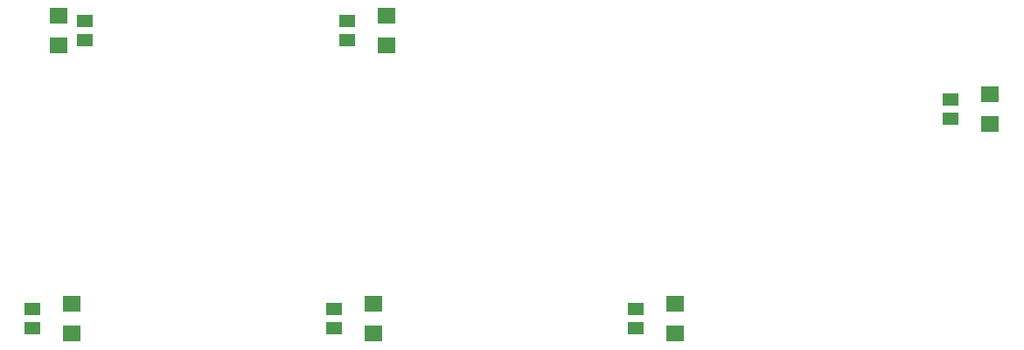
<source format=gtp>
G75*
G70*
%OFA0B0*%
%FSLAX24Y24*%
%IPPOS*%
%LPD*%
%AMOC8*
5,1,8,0,0,1.08239X$1,22.5*
%
%ADD10R,0.0710X0.0630*%
%ADD11R,0.0630X0.0512*%
D10*
X003101Y011260D03*
X003101Y012380D03*
X014601Y012380D03*
X014601Y011260D03*
X026101Y011260D03*
X026101Y012380D03*
X038101Y019260D03*
X038101Y020380D03*
X015101Y022260D03*
X015101Y023380D03*
X002601Y023380D03*
X002601Y022260D03*
D11*
X003601Y022446D03*
X003601Y023194D03*
X013601Y023194D03*
X013601Y022446D03*
X013101Y012194D03*
X013101Y011446D03*
X024601Y011446D03*
X024601Y012194D03*
X036601Y019446D03*
X036601Y020194D03*
X001601Y012194D03*
X001601Y011446D03*
M02*

</source>
